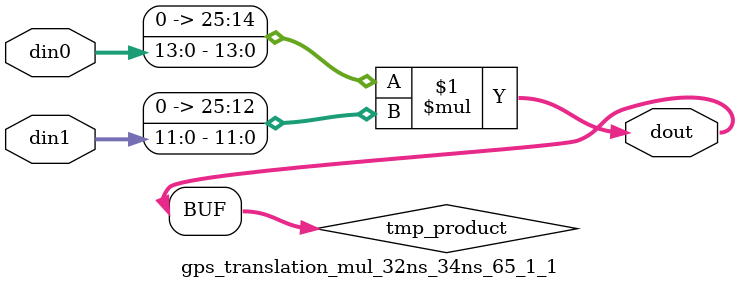
<source format=v>

`timescale 1 ns / 1 ps

  module gps_translation_mul_32ns_34ns_65_1_1(din0, din1, dout);
parameter ID = 1;
parameter NUM_STAGE = 0;
parameter din0_WIDTH = 14;
parameter din1_WIDTH = 12;
parameter dout_WIDTH = 26;

input [din0_WIDTH - 1 : 0] din0; 
input [din1_WIDTH - 1 : 0] din1; 
output [dout_WIDTH - 1 : 0] dout;

wire signed [dout_WIDTH - 1 : 0] tmp_product;










assign tmp_product = $signed({1'b0, din0}) * $signed({1'b0, din1});











assign dout = tmp_product;







endmodule

</source>
